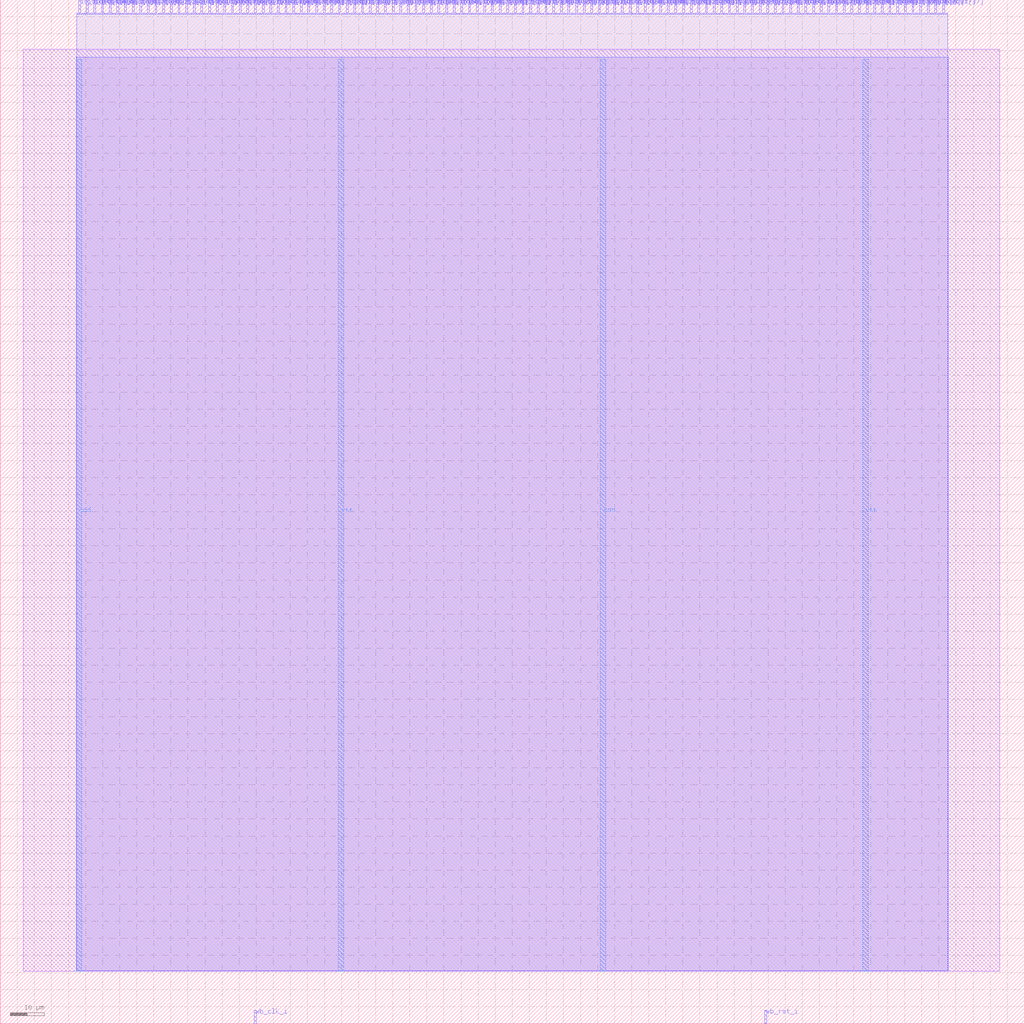
<source format=lef>
VERSION 5.7 ;
  NOWIREEXTENSIONATPIN ON ;
  DIVIDERCHAR "/" ;
  BUSBITCHARS "[]" ;
MACRO wrapped_multiplier_8
  CLASS BLOCK ;
  FOREIGN wrapped_multiplier_8 ;
  ORIGIN 0.000 0.000 ;
  SIZE 300.000 BY 300.000 ;
  PIN io_in[0]
    DIRECTION INPUT ;
    USE SIGNAL ;
    PORT
      LAYER Metal2 ;
        RECT 22.960 296.000 23.520 300.000 ;
    END
  END io_in[0]
  PIN io_in[10]
    DIRECTION INPUT ;
    USE SIGNAL ;
    PORT
      LAYER Metal2 ;
        RECT 90.160 296.000 90.720 300.000 ;
    END
  END io_in[10]
  PIN io_in[11]
    DIRECTION INPUT ;
    USE SIGNAL ;
    PORT
      LAYER Metal2 ;
        RECT 96.880 296.000 97.440 300.000 ;
    END
  END io_in[11]
  PIN io_in[12]
    DIRECTION INPUT ;
    USE SIGNAL ;
    PORT
      LAYER Metal2 ;
        RECT 103.600 296.000 104.160 300.000 ;
    END
  END io_in[12]
  PIN io_in[13]
    DIRECTION INPUT ;
    USE SIGNAL ;
    PORT
      LAYER Metal2 ;
        RECT 110.320 296.000 110.880 300.000 ;
    END
  END io_in[13]
  PIN io_in[14]
    DIRECTION INPUT ;
    USE SIGNAL ;
    PORT
      LAYER Metal2 ;
        RECT 117.040 296.000 117.600 300.000 ;
    END
  END io_in[14]
  PIN io_in[15]
    DIRECTION INPUT ;
    USE SIGNAL ;
    PORT
      LAYER Metal2 ;
        RECT 123.760 296.000 124.320 300.000 ;
    END
  END io_in[15]
  PIN io_in[16]
    DIRECTION INPUT ;
    USE SIGNAL ;
    PORT
      LAYER Metal2 ;
        RECT 130.480 296.000 131.040 300.000 ;
    END
  END io_in[16]
  PIN io_in[17]
    DIRECTION INPUT ;
    USE SIGNAL ;
    PORT
      LAYER Metal2 ;
        RECT 137.200 296.000 137.760 300.000 ;
    END
  END io_in[17]
  PIN io_in[18]
    DIRECTION INPUT ;
    USE SIGNAL ;
    PORT
      LAYER Metal2 ;
        RECT 143.920 296.000 144.480 300.000 ;
    END
  END io_in[18]
  PIN io_in[19]
    DIRECTION INPUT ;
    USE SIGNAL ;
    PORT
      LAYER Metal2 ;
        RECT 150.640 296.000 151.200 300.000 ;
    END
  END io_in[19]
  PIN io_in[1]
    DIRECTION INPUT ;
    USE SIGNAL ;
    PORT
      LAYER Metal2 ;
        RECT 29.680 296.000 30.240 300.000 ;
    END
  END io_in[1]
  PIN io_in[20]
    DIRECTION INPUT ;
    USE SIGNAL ;
    PORT
      LAYER Metal2 ;
        RECT 157.360 296.000 157.920 300.000 ;
    END
  END io_in[20]
  PIN io_in[21]
    DIRECTION INPUT ;
    USE SIGNAL ;
    PORT
      LAYER Metal2 ;
        RECT 164.080 296.000 164.640 300.000 ;
    END
  END io_in[21]
  PIN io_in[22]
    DIRECTION INPUT ;
    USE SIGNAL ;
    PORT
      LAYER Metal2 ;
        RECT 170.800 296.000 171.360 300.000 ;
    END
  END io_in[22]
  PIN io_in[23]
    DIRECTION INPUT ;
    USE SIGNAL ;
    PORT
      LAYER Metal2 ;
        RECT 177.520 296.000 178.080 300.000 ;
    END
  END io_in[23]
  PIN io_in[24]
    DIRECTION INPUT ;
    USE SIGNAL ;
    PORT
      LAYER Metal2 ;
        RECT 184.240 296.000 184.800 300.000 ;
    END
  END io_in[24]
  PIN io_in[25]
    DIRECTION INPUT ;
    USE SIGNAL ;
    PORT
      LAYER Metal2 ;
        RECT 190.960 296.000 191.520 300.000 ;
    END
  END io_in[25]
  PIN io_in[26]
    DIRECTION INPUT ;
    USE SIGNAL ;
    PORT
      LAYER Metal2 ;
        RECT 197.680 296.000 198.240 300.000 ;
    END
  END io_in[26]
  PIN io_in[27]
    DIRECTION INPUT ;
    USE SIGNAL ;
    PORT
      LAYER Metal2 ;
        RECT 204.400 296.000 204.960 300.000 ;
    END
  END io_in[27]
  PIN io_in[28]
    DIRECTION INPUT ;
    USE SIGNAL ;
    PORT
      LAYER Metal2 ;
        RECT 211.120 296.000 211.680 300.000 ;
    END
  END io_in[28]
  PIN io_in[29]
    DIRECTION INPUT ;
    USE SIGNAL ;
    PORT
      LAYER Metal2 ;
        RECT 217.840 296.000 218.400 300.000 ;
    END
  END io_in[29]
  PIN io_in[2]
    DIRECTION INPUT ;
    USE SIGNAL ;
    PORT
      LAYER Metal2 ;
        RECT 36.400 296.000 36.960 300.000 ;
    END
  END io_in[2]
  PIN io_in[30]
    DIRECTION INPUT ;
    USE SIGNAL ;
    PORT
      LAYER Metal2 ;
        RECT 224.560 296.000 225.120 300.000 ;
    END
  END io_in[30]
  PIN io_in[31]
    DIRECTION INPUT ;
    USE SIGNAL ;
    PORT
      LAYER Metal2 ;
        RECT 231.280 296.000 231.840 300.000 ;
    END
  END io_in[31]
  PIN io_in[32]
    DIRECTION INPUT ;
    USE SIGNAL ;
    PORT
      LAYER Metal2 ;
        RECT 238.000 296.000 238.560 300.000 ;
    END
  END io_in[32]
  PIN io_in[33]
    DIRECTION INPUT ;
    USE SIGNAL ;
    PORT
      LAYER Metal2 ;
        RECT 244.720 296.000 245.280 300.000 ;
    END
  END io_in[33]
  PIN io_in[34]
    DIRECTION INPUT ;
    USE SIGNAL ;
    PORT
      LAYER Metal2 ;
        RECT 251.440 296.000 252.000 300.000 ;
    END
  END io_in[34]
  PIN io_in[35]
    DIRECTION INPUT ;
    USE SIGNAL ;
    PORT
      LAYER Metal2 ;
        RECT 258.160 296.000 258.720 300.000 ;
    END
  END io_in[35]
  PIN io_in[36]
    DIRECTION INPUT ;
    USE SIGNAL ;
    PORT
      LAYER Metal2 ;
        RECT 264.880 296.000 265.440 300.000 ;
    END
  END io_in[36]
  PIN io_in[37]
    DIRECTION INPUT ;
    USE SIGNAL ;
    PORT
      LAYER Metal2 ;
        RECT 271.600 296.000 272.160 300.000 ;
    END
  END io_in[37]
  PIN io_in[3]
    DIRECTION INPUT ;
    USE SIGNAL ;
    PORT
      LAYER Metal2 ;
        RECT 43.120 296.000 43.680 300.000 ;
    END
  END io_in[3]
  PIN io_in[4]
    DIRECTION INPUT ;
    USE SIGNAL ;
    PORT
      LAYER Metal2 ;
        RECT 49.840 296.000 50.400 300.000 ;
    END
  END io_in[4]
  PIN io_in[5]
    DIRECTION INPUT ;
    USE SIGNAL ;
    PORT
      LAYER Metal2 ;
        RECT 56.560 296.000 57.120 300.000 ;
    END
  END io_in[5]
  PIN io_in[6]
    DIRECTION INPUT ;
    USE SIGNAL ;
    PORT
      LAYER Metal2 ;
        RECT 63.280 296.000 63.840 300.000 ;
    END
  END io_in[6]
  PIN io_in[7]
    DIRECTION INPUT ;
    USE SIGNAL ;
    PORT
      LAYER Metal2 ;
        RECT 70.000 296.000 70.560 300.000 ;
    END
  END io_in[7]
  PIN io_in[8]
    DIRECTION INPUT ;
    USE SIGNAL ;
    PORT
      LAYER Metal2 ;
        RECT 76.720 296.000 77.280 300.000 ;
    END
  END io_in[8]
  PIN io_in[9]
    DIRECTION INPUT ;
    USE SIGNAL ;
    PORT
      LAYER Metal2 ;
        RECT 83.440 296.000 84.000 300.000 ;
    END
  END io_in[9]
  PIN io_oeb[0]
    DIRECTION OUTPUT TRISTATE ;
    USE SIGNAL ;
    PORT
      LAYER Metal2 ;
        RECT 25.200 296.000 25.760 300.000 ;
    END
  END io_oeb[0]
  PIN io_oeb[10]
    DIRECTION OUTPUT TRISTATE ;
    USE SIGNAL ;
    PORT
      LAYER Metal2 ;
        RECT 92.400 296.000 92.960 300.000 ;
    END
  END io_oeb[10]
  PIN io_oeb[11]
    DIRECTION OUTPUT TRISTATE ;
    USE SIGNAL ;
    PORT
      LAYER Metal2 ;
        RECT 99.120 296.000 99.680 300.000 ;
    END
  END io_oeb[11]
  PIN io_oeb[12]
    DIRECTION OUTPUT TRISTATE ;
    USE SIGNAL ;
    PORT
      LAYER Metal2 ;
        RECT 105.840 296.000 106.400 300.000 ;
    END
  END io_oeb[12]
  PIN io_oeb[13]
    DIRECTION OUTPUT TRISTATE ;
    USE SIGNAL ;
    PORT
      LAYER Metal2 ;
        RECT 112.560 296.000 113.120 300.000 ;
    END
  END io_oeb[13]
  PIN io_oeb[14]
    DIRECTION OUTPUT TRISTATE ;
    USE SIGNAL ;
    PORT
      LAYER Metal2 ;
        RECT 119.280 296.000 119.840 300.000 ;
    END
  END io_oeb[14]
  PIN io_oeb[15]
    DIRECTION OUTPUT TRISTATE ;
    USE SIGNAL ;
    PORT
      LAYER Metal2 ;
        RECT 126.000 296.000 126.560 300.000 ;
    END
  END io_oeb[15]
  PIN io_oeb[16]
    DIRECTION OUTPUT TRISTATE ;
    USE SIGNAL ;
    PORT
      LAYER Metal2 ;
        RECT 132.720 296.000 133.280 300.000 ;
    END
  END io_oeb[16]
  PIN io_oeb[17]
    DIRECTION OUTPUT TRISTATE ;
    USE SIGNAL ;
    PORT
      LAYER Metal2 ;
        RECT 139.440 296.000 140.000 300.000 ;
    END
  END io_oeb[17]
  PIN io_oeb[18]
    DIRECTION OUTPUT TRISTATE ;
    USE SIGNAL ;
    PORT
      LAYER Metal2 ;
        RECT 146.160 296.000 146.720 300.000 ;
    END
  END io_oeb[18]
  PIN io_oeb[19]
    DIRECTION OUTPUT TRISTATE ;
    USE SIGNAL ;
    PORT
      LAYER Metal2 ;
        RECT 152.880 296.000 153.440 300.000 ;
    END
  END io_oeb[19]
  PIN io_oeb[1]
    DIRECTION OUTPUT TRISTATE ;
    USE SIGNAL ;
    PORT
      LAYER Metal2 ;
        RECT 31.920 296.000 32.480 300.000 ;
    END
  END io_oeb[1]
  PIN io_oeb[20]
    DIRECTION OUTPUT TRISTATE ;
    USE SIGNAL ;
    PORT
      LAYER Metal2 ;
        RECT 159.600 296.000 160.160 300.000 ;
    END
  END io_oeb[20]
  PIN io_oeb[21]
    DIRECTION OUTPUT TRISTATE ;
    USE SIGNAL ;
    PORT
      LAYER Metal2 ;
        RECT 166.320 296.000 166.880 300.000 ;
    END
  END io_oeb[21]
  PIN io_oeb[22]
    DIRECTION OUTPUT TRISTATE ;
    USE SIGNAL ;
    PORT
      LAYER Metal2 ;
        RECT 173.040 296.000 173.600 300.000 ;
    END
  END io_oeb[22]
  PIN io_oeb[23]
    DIRECTION OUTPUT TRISTATE ;
    USE SIGNAL ;
    PORT
      LAYER Metal2 ;
        RECT 179.760 296.000 180.320 300.000 ;
    END
  END io_oeb[23]
  PIN io_oeb[24]
    DIRECTION OUTPUT TRISTATE ;
    USE SIGNAL ;
    PORT
      LAYER Metal2 ;
        RECT 186.480 296.000 187.040 300.000 ;
    END
  END io_oeb[24]
  PIN io_oeb[25]
    DIRECTION OUTPUT TRISTATE ;
    USE SIGNAL ;
    PORT
      LAYER Metal2 ;
        RECT 193.200 296.000 193.760 300.000 ;
    END
  END io_oeb[25]
  PIN io_oeb[26]
    DIRECTION OUTPUT TRISTATE ;
    USE SIGNAL ;
    PORT
      LAYER Metal2 ;
        RECT 199.920 296.000 200.480 300.000 ;
    END
  END io_oeb[26]
  PIN io_oeb[27]
    DIRECTION OUTPUT TRISTATE ;
    USE SIGNAL ;
    PORT
      LAYER Metal2 ;
        RECT 206.640 296.000 207.200 300.000 ;
    END
  END io_oeb[27]
  PIN io_oeb[28]
    DIRECTION OUTPUT TRISTATE ;
    USE SIGNAL ;
    PORT
      LAYER Metal2 ;
        RECT 213.360 296.000 213.920 300.000 ;
    END
  END io_oeb[28]
  PIN io_oeb[29]
    DIRECTION OUTPUT TRISTATE ;
    USE SIGNAL ;
    PORT
      LAYER Metal2 ;
        RECT 220.080 296.000 220.640 300.000 ;
    END
  END io_oeb[29]
  PIN io_oeb[2]
    DIRECTION OUTPUT TRISTATE ;
    USE SIGNAL ;
    PORT
      LAYER Metal2 ;
        RECT 38.640 296.000 39.200 300.000 ;
    END
  END io_oeb[2]
  PIN io_oeb[30]
    DIRECTION OUTPUT TRISTATE ;
    USE SIGNAL ;
    PORT
      LAYER Metal2 ;
        RECT 226.800 296.000 227.360 300.000 ;
    END
  END io_oeb[30]
  PIN io_oeb[31]
    DIRECTION OUTPUT TRISTATE ;
    USE SIGNAL ;
    PORT
      LAYER Metal2 ;
        RECT 233.520 296.000 234.080 300.000 ;
    END
  END io_oeb[31]
  PIN io_oeb[32]
    DIRECTION OUTPUT TRISTATE ;
    USE SIGNAL ;
    PORT
      LAYER Metal2 ;
        RECT 240.240 296.000 240.800 300.000 ;
    END
  END io_oeb[32]
  PIN io_oeb[33]
    DIRECTION OUTPUT TRISTATE ;
    USE SIGNAL ;
    PORT
      LAYER Metal2 ;
        RECT 246.960 296.000 247.520 300.000 ;
    END
  END io_oeb[33]
  PIN io_oeb[34]
    DIRECTION OUTPUT TRISTATE ;
    USE SIGNAL ;
    PORT
      LAYER Metal2 ;
        RECT 253.680 296.000 254.240 300.000 ;
    END
  END io_oeb[34]
  PIN io_oeb[35]
    DIRECTION OUTPUT TRISTATE ;
    USE SIGNAL ;
    PORT
      LAYER Metal2 ;
        RECT 260.400 296.000 260.960 300.000 ;
    END
  END io_oeb[35]
  PIN io_oeb[36]
    DIRECTION OUTPUT TRISTATE ;
    USE SIGNAL ;
    PORT
      LAYER Metal2 ;
        RECT 267.120 296.000 267.680 300.000 ;
    END
  END io_oeb[36]
  PIN io_oeb[37]
    DIRECTION OUTPUT TRISTATE ;
    USE SIGNAL ;
    PORT
      LAYER Metal2 ;
        RECT 273.840 296.000 274.400 300.000 ;
    END
  END io_oeb[37]
  PIN io_oeb[3]
    DIRECTION OUTPUT TRISTATE ;
    USE SIGNAL ;
    PORT
      LAYER Metal2 ;
        RECT 45.360 296.000 45.920 300.000 ;
    END
  END io_oeb[3]
  PIN io_oeb[4]
    DIRECTION OUTPUT TRISTATE ;
    USE SIGNAL ;
    PORT
      LAYER Metal2 ;
        RECT 52.080 296.000 52.640 300.000 ;
    END
  END io_oeb[4]
  PIN io_oeb[5]
    DIRECTION OUTPUT TRISTATE ;
    USE SIGNAL ;
    PORT
      LAYER Metal2 ;
        RECT 58.800 296.000 59.360 300.000 ;
    END
  END io_oeb[5]
  PIN io_oeb[6]
    DIRECTION OUTPUT TRISTATE ;
    USE SIGNAL ;
    PORT
      LAYER Metal2 ;
        RECT 65.520 296.000 66.080 300.000 ;
    END
  END io_oeb[6]
  PIN io_oeb[7]
    DIRECTION OUTPUT TRISTATE ;
    USE SIGNAL ;
    PORT
      LAYER Metal2 ;
        RECT 72.240 296.000 72.800 300.000 ;
    END
  END io_oeb[7]
  PIN io_oeb[8]
    DIRECTION OUTPUT TRISTATE ;
    USE SIGNAL ;
    PORT
      LAYER Metal2 ;
        RECT 78.960 296.000 79.520 300.000 ;
    END
  END io_oeb[8]
  PIN io_oeb[9]
    DIRECTION OUTPUT TRISTATE ;
    USE SIGNAL ;
    PORT
      LAYER Metal2 ;
        RECT 85.680 296.000 86.240 300.000 ;
    END
  END io_oeb[9]
  PIN io_out[0]
    DIRECTION OUTPUT TRISTATE ;
    USE SIGNAL ;
    PORT
      LAYER Metal2 ;
        RECT 27.440 296.000 28.000 300.000 ;
    END
  END io_out[0]
  PIN io_out[10]
    DIRECTION OUTPUT TRISTATE ;
    USE SIGNAL ;
    PORT
      LAYER Metal2 ;
        RECT 94.640 296.000 95.200 300.000 ;
    END
  END io_out[10]
  PIN io_out[11]
    DIRECTION OUTPUT TRISTATE ;
    USE SIGNAL ;
    PORT
      LAYER Metal2 ;
        RECT 101.360 296.000 101.920 300.000 ;
    END
  END io_out[11]
  PIN io_out[12]
    DIRECTION OUTPUT TRISTATE ;
    USE SIGNAL ;
    PORT
      LAYER Metal2 ;
        RECT 108.080 296.000 108.640 300.000 ;
    END
  END io_out[12]
  PIN io_out[13]
    DIRECTION OUTPUT TRISTATE ;
    USE SIGNAL ;
    PORT
      LAYER Metal2 ;
        RECT 114.800 296.000 115.360 300.000 ;
    END
  END io_out[13]
  PIN io_out[14]
    DIRECTION OUTPUT TRISTATE ;
    USE SIGNAL ;
    PORT
      LAYER Metal2 ;
        RECT 121.520 296.000 122.080 300.000 ;
    END
  END io_out[14]
  PIN io_out[15]
    DIRECTION OUTPUT TRISTATE ;
    USE SIGNAL ;
    PORT
      LAYER Metal2 ;
        RECT 128.240 296.000 128.800 300.000 ;
    END
  END io_out[15]
  PIN io_out[16]
    DIRECTION OUTPUT TRISTATE ;
    USE SIGNAL ;
    PORT
      LAYER Metal2 ;
        RECT 134.960 296.000 135.520 300.000 ;
    END
  END io_out[16]
  PIN io_out[17]
    DIRECTION OUTPUT TRISTATE ;
    USE SIGNAL ;
    PORT
      LAYER Metal2 ;
        RECT 141.680 296.000 142.240 300.000 ;
    END
  END io_out[17]
  PIN io_out[18]
    DIRECTION OUTPUT TRISTATE ;
    USE SIGNAL ;
    PORT
      LAYER Metal2 ;
        RECT 148.400 296.000 148.960 300.000 ;
    END
  END io_out[18]
  PIN io_out[19]
    DIRECTION OUTPUT TRISTATE ;
    USE SIGNAL ;
    PORT
      LAYER Metal2 ;
        RECT 155.120 296.000 155.680 300.000 ;
    END
  END io_out[19]
  PIN io_out[1]
    DIRECTION OUTPUT TRISTATE ;
    USE SIGNAL ;
    PORT
      LAYER Metal2 ;
        RECT 34.160 296.000 34.720 300.000 ;
    END
  END io_out[1]
  PIN io_out[20]
    DIRECTION OUTPUT TRISTATE ;
    USE SIGNAL ;
    PORT
      LAYER Metal2 ;
        RECT 161.840 296.000 162.400 300.000 ;
    END
  END io_out[20]
  PIN io_out[21]
    DIRECTION OUTPUT TRISTATE ;
    USE SIGNAL ;
    PORT
      LAYER Metal2 ;
        RECT 168.560 296.000 169.120 300.000 ;
    END
  END io_out[21]
  PIN io_out[22]
    DIRECTION OUTPUT TRISTATE ;
    USE SIGNAL ;
    PORT
      LAYER Metal2 ;
        RECT 175.280 296.000 175.840 300.000 ;
    END
  END io_out[22]
  PIN io_out[23]
    DIRECTION OUTPUT TRISTATE ;
    USE SIGNAL ;
    PORT
      LAYER Metal2 ;
        RECT 182.000 296.000 182.560 300.000 ;
    END
  END io_out[23]
  PIN io_out[24]
    DIRECTION OUTPUT TRISTATE ;
    USE SIGNAL ;
    PORT
      LAYER Metal2 ;
        RECT 188.720 296.000 189.280 300.000 ;
    END
  END io_out[24]
  PIN io_out[25]
    DIRECTION OUTPUT TRISTATE ;
    USE SIGNAL ;
    PORT
      LAYER Metal2 ;
        RECT 195.440 296.000 196.000 300.000 ;
    END
  END io_out[25]
  PIN io_out[26]
    DIRECTION OUTPUT TRISTATE ;
    USE SIGNAL ;
    PORT
      LAYER Metal2 ;
        RECT 202.160 296.000 202.720 300.000 ;
    END
  END io_out[26]
  PIN io_out[27]
    DIRECTION OUTPUT TRISTATE ;
    USE SIGNAL ;
    PORT
      LAYER Metal2 ;
        RECT 208.880 296.000 209.440 300.000 ;
    END
  END io_out[27]
  PIN io_out[28]
    DIRECTION OUTPUT TRISTATE ;
    USE SIGNAL ;
    PORT
      LAYER Metal2 ;
        RECT 215.600 296.000 216.160 300.000 ;
    END
  END io_out[28]
  PIN io_out[29]
    DIRECTION OUTPUT TRISTATE ;
    USE SIGNAL ;
    PORT
      LAYER Metal2 ;
        RECT 222.320 296.000 222.880 300.000 ;
    END
  END io_out[29]
  PIN io_out[2]
    DIRECTION OUTPUT TRISTATE ;
    USE SIGNAL ;
    PORT
      LAYER Metal2 ;
        RECT 40.880 296.000 41.440 300.000 ;
    END
  END io_out[2]
  PIN io_out[30]
    DIRECTION OUTPUT TRISTATE ;
    USE SIGNAL ;
    PORT
      LAYER Metal2 ;
        RECT 229.040 296.000 229.600 300.000 ;
    END
  END io_out[30]
  PIN io_out[31]
    DIRECTION OUTPUT TRISTATE ;
    USE SIGNAL ;
    PORT
      LAYER Metal2 ;
        RECT 235.760 296.000 236.320 300.000 ;
    END
  END io_out[31]
  PIN io_out[32]
    DIRECTION OUTPUT TRISTATE ;
    USE SIGNAL ;
    PORT
      LAYER Metal2 ;
        RECT 242.480 296.000 243.040 300.000 ;
    END
  END io_out[32]
  PIN io_out[33]
    DIRECTION OUTPUT TRISTATE ;
    USE SIGNAL ;
    PORT
      LAYER Metal2 ;
        RECT 249.200 296.000 249.760 300.000 ;
    END
  END io_out[33]
  PIN io_out[34]
    DIRECTION OUTPUT TRISTATE ;
    USE SIGNAL ;
    PORT
      LAYER Metal2 ;
        RECT 255.920 296.000 256.480 300.000 ;
    END
  END io_out[34]
  PIN io_out[35]
    DIRECTION OUTPUT TRISTATE ;
    USE SIGNAL ;
    PORT
      LAYER Metal2 ;
        RECT 262.640 296.000 263.200 300.000 ;
    END
  END io_out[35]
  PIN io_out[36]
    DIRECTION OUTPUT TRISTATE ;
    USE SIGNAL ;
    PORT
      LAYER Metal2 ;
        RECT 269.360 296.000 269.920 300.000 ;
    END
  END io_out[36]
  PIN io_out[37]
    DIRECTION OUTPUT TRISTATE ;
    USE SIGNAL ;
    PORT
      LAYER Metal2 ;
        RECT 276.080 296.000 276.640 300.000 ;
    END
  END io_out[37]
  PIN io_out[3]
    DIRECTION OUTPUT TRISTATE ;
    USE SIGNAL ;
    PORT
      LAYER Metal2 ;
        RECT 47.600 296.000 48.160 300.000 ;
    END
  END io_out[3]
  PIN io_out[4]
    DIRECTION OUTPUT TRISTATE ;
    USE SIGNAL ;
    PORT
      LAYER Metal2 ;
        RECT 54.320 296.000 54.880 300.000 ;
    END
  END io_out[4]
  PIN io_out[5]
    DIRECTION OUTPUT TRISTATE ;
    USE SIGNAL ;
    PORT
      LAYER Metal2 ;
        RECT 61.040 296.000 61.600 300.000 ;
    END
  END io_out[5]
  PIN io_out[6]
    DIRECTION OUTPUT TRISTATE ;
    USE SIGNAL ;
    PORT
      LAYER Metal2 ;
        RECT 67.760 296.000 68.320 300.000 ;
    END
  END io_out[6]
  PIN io_out[7]
    DIRECTION OUTPUT TRISTATE ;
    USE SIGNAL ;
    PORT
      LAYER Metal2 ;
        RECT 74.480 296.000 75.040 300.000 ;
    END
  END io_out[7]
  PIN io_out[8]
    DIRECTION OUTPUT TRISTATE ;
    USE SIGNAL ;
    PORT
      LAYER Metal2 ;
        RECT 81.200 296.000 81.760 300.000 ;
    END
  END io_out[8]
  PIN io_out[9]
    DIRECTION OUTPUT TRISTATE ;
    USE SIGNAL ;
    PORT
      LAYER Metal2 ;
        RECT 87.920 296.000 88.480 300.000 ;
    END
  END io_out[9]
  PIN vdd
    DIRECTION INOUT ;
    USE POWER ;
    PORT
      LAYER Metal4 ;
        RECT 22.240 15.380 23.840 282.540 ;
    END
    PORT
      LAYER Metal4 ;
        RECT 175.840 15.380 177.440 282.540 ;
    END
  END vdd
  PIN vss
    DIRECTION INOUT ;
    USE GROUND ;
    PORT
      LAYER Metal4 ;
        RECT 99.040 15.380 100.640 282.540 ;
    END
    PORT
      LAYER Metal4 ;
        RECT 252.640 15.380 254.240 282.540 ;
    END
  END vss
  PIN wb_clk_i
    DIRECTION INPUT ;
    USE SIGNAL ;
    PORT
      LAYER Metal2 ;
        RECT 74.480 0.000 75.040 4.000 ;
    END
  END wb_clk_i
  PIN wb_rst_i
    DIRECTION INPUT ;
    USE SIGNAL ;
    PORT
      LAYER Metal2 ;
        RECT 224.000 0.000 224.560 4.000 ;
    END
  END wb_rst_i
  OBS
      LAYER Metal1 ;
        RECT 6.720 15.380 292.880 285.450 ;
      LAYER Metal2 ;
        RECT 22.380 295.700 22.660 296.000 ;
        RECT 23.820 295.700 24.900 296.000 ;
        RECT 26.060 295.700 27.140 296.000 ;
        RECT 28.300 295.700 29.380 296.000 ;
        RECT 30.540 295.700 31.620 296.000 ;
        RECT 32.780 295.700 33.860 296.000 ;
        RECT 35.020 295.700 36.100 296.000 ;
        RECT 37.260 295.700 38.340 296.000 ;
        RECT 39.500 295.700 40.580 296.000 ;
        RECT 41.740 295.700 42.820 296.000 ;
        RECT 43.980 295.700 45.060 296.000 ;
        RECT 46.220 295.700 47.300 296.000 ;
        RECT 48.460 295.700 49.540 296.000 ;
        RECT 50.700 295.700 51.780 296.000 ;
        RECT 52.940 295.700 54.020 296.000 ;
        RECT 55.180 295.700 56.260 296.000 ;
        RECT 57.420 295.700 58.500 296.000 ;
        RECT 59.660 295.700 60.740 296.000 ;
        RECT 61.900 295.700 62.980 296.000 ;
        RECT 64.140 295.700 65.220 296.000 ;
        RECT 66.380 295.700 67.460 296.000 ;
        RECT 68.620 295.700 69.700 296.000 ;
        RECT 70.860 295.700 71.940 296.000 ;
        RECT 73.100 295.700 74.180 296.000 ;
        RECT 75.340 295.700 76.420 296.000 ;
        RECT 77.580 295.700 78.660 296.000 ;
        RECT 79.820 295.700 80.900 296.000 ;
        RECT 82.060 295.700 83.140 296.000 ;
        RECT 84.300 295.700 85.380 296.000 ;
        RECT 86.540 295.700 87.620 296.000 ;
        RECT 88.780 295.700 89.860 296.000 ;
        RECT 91.020 295.700 92.100 296.000 ;
        RECT 93.260 295.700 94.340 296.000 ;
        RECT 95.500 295.700 96.580 296.000 ;
        RECT 97.740 295.700 98.820 296.000 ;
        RECT 99.980 295.700 101.060 296.000 ;
        RECT 102.220 295.700 103.300 296.000 ;
        RECT 104.460 295.700 105.540 296.000 ;
        RECT 106.700 295.700 107.780 296.000 ;
        RECT 108.940 295.700 110.020 296.000 ;
        RECT 111.180 295.700 112.260 296.000 ;
        RECT 113.420 295.700 114.500 296.000 ;
        RECT 115.660 295.700 116.740 296.000 ;
        RECT 117.900 295.700 118.980 296.000 ;
        RECT 120.140 295.700 121.220 296.000 ;
        RECT 122.380 295.700 123.460 296.000 ;
        RECT 124.620 295.700 125.700 296.000 ;
        RECT 126.860 295.700 127.940 296.000 ;
        RECT 129.100 295.700 130.180 296.000 ;
        RECT 131.340 295.700 132.420 296.000 ;
        RECT 133.580 295.700 134.660 296.000 ;
        RECT 135.820 295.700 136.900 296.000 ;
        RECT 138.060 295.700 139.140 296.000 ;
        RECT 140.300 295.700 141.380 296.000 ;
        RECT 142.540 295.700 143.620 296.000 ;
        RECT 144.780 295.700 145.860 296.000 ;
        RECT 147.020 295.700 148.100 296.000 ;
        RECT 149.260 295.700 150.340 296.000 ;
        RECT 151.500 295.700 152.580 296.000 ;
        RECT 153.740 295.700 154.820 296.000 ;
        RECT 155.980 295.700 157.060 296.000 ;
        RECT 158.220 295.700 159.300 296.000 ;
        RECT 160.460 295.700 161.540 296.000 ;
        RECT 162.700 295.700 163.780 296.000 ;
        RECT 164.940 295.700 166.020 296.000 ;
        RECT 167.180 295.700 168.260 296.000 ;
        RECT 169.420 295.700 170.500 296.000 ;
        RECT 171.660 295.700 172.740 296.000 ;
        RECT 173.900 295.700 174.980 296.000 ;
        RECT 176.140 295.700 177.220 296.000 ;
        RECT 178.380 295.700 179.460 296.000 ;
        RECT 180.620 295.700 181.700 296.000 ;
        RECT 182.860 295.700 183.940 296.000 ;
        RECT 185.100 295.700 186.180 296.000 ;
        RECT 187.340 295.700 188.420 296.000 ;
        RECT 189.580 295.700 190.660 296.000 ;
        RECT 191.820 295.700 192.900 296.000 ;
        RECT 194.060 295.700 195.140 296.000 ;
        RECT 196.300 295.700 197.380 296.000 ;
        RECT 198.540 295.700 199.620 296.000 ;
        RECT 200.780 295.700 201.860 296.000 ;
        RECT 203.020 295.700 204.100 296.000 ;
        RECT 205.260 295.700 206.340 296.000 ;
        RECT 207.500 295.700 208.580 296.000 ;
        RECT 209.740 295.700 210.820 296.000 ;
        RECT 211.980 295.700 213.060 296.000 ;
        RECT 214.220 295.700 215.300 296.000 ;
        RECT 216.460 295.700 217.540 296.000 ;
        RECT 218.700 295.700 219.780 296.000 ;
        RECT 220.940 295.700 222.020 296.000 ;
        RECT 223.180 295.700 224.260 296.000 ;
        RECT 225.420 295.700 226.500 296.000 ;
        RECT 227.660 295.700 228.740 296.000 ;
        RECT 229.900 295.700 230.980 296.000 ;
        RECT 232.140 295.700 233.220 296.000 ;
        RECT 234.380 295.700 235.460 296.000 ;
        RECT 236.620 295.700 237.700 296.000 ;
        RECT 238.860 295.700 239.940 296.000 ;
        RECT 241.100 295.700 242.180 296.000 ;
        RECT 243.340 295.700 244.420 296.000 ;
        RECT 245.580 295.700 246.660 296.000 ;
        RECT 247.820 295.700 248.900 296.000 ;
        RECT 250.060 295.700 251.140 296.000 ;
        RECT 252.300 295.700 253.380 296.000 ;
        RECT 254.540 295.700 255.620 296.000 ;
        RECT 256.780 295.700 257.860 296.000 ;
        RECT 259.020 295.700 260.100 296.000 ;
        RECT 261.260 295.700 262.340 296.000 ;
        RECT 263.500 295.700 264.580 296.000 ;
        RECT 265.740 295.700 266.820 296.000 ;
        RECT 267.980 295.700 269.060 296.000 ;
        RECT 270.220 295.700 271.300 296.000 ;
        RECT 272.460 295.700 273.540 296.000 ;
        RECT 274.700 295.700 275.780 296.000 ;
        RECT 276.940 295.700 277.620 296.000 ;
        RECT 22.380 15.490 277.620 295.700 ;
      LAYER Metal3 ;
        RECT 22.330 15.540 277.670 283.220 ;
  END
END wrapped_multiplier_8
END LIBRARY


</source>
